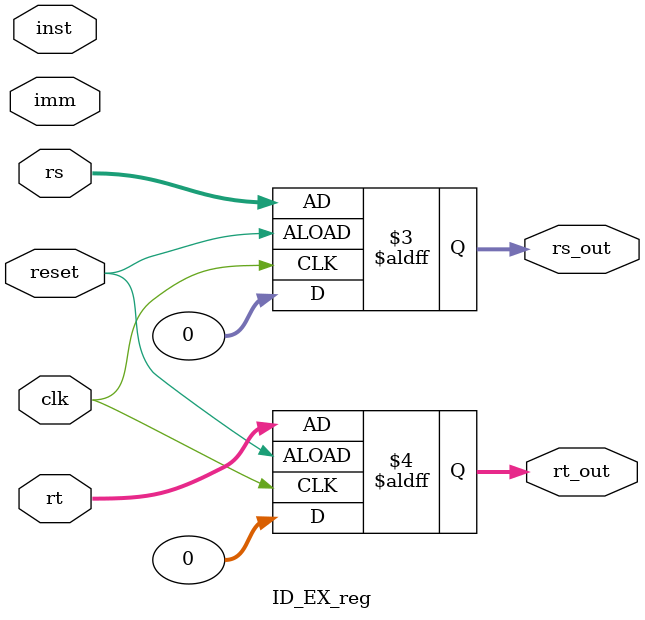
<source format=v>
module ID_EX_reg (
    input wire clk,          // Clock signal
    input wire reset,        // Reset signal
    input wire [31:0] inst,  // Instruction input
    input wire [31:0] rs,    // Source register value (e.g., rs)
    input wire [31:0] rt,    // Target register value (e.g., rt)
    input wire [31:0] imm,   // Immediate value
    output reg [31:0] rs_out, // Output for forwarding (if needed)
    output reg [31:0] rt_out  // Output for forwarding (if needed)
);

    always @(posedge clk or negedge reset) begin
        if (!reset) begin
            rs_out <= rs;
            rt_out <= rt;
        end else begin
            rs_out <= 32'b0;
            rt_out <= 32'b0;
        end
    end

endmodule

</source>
